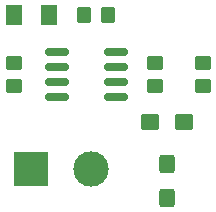
<source format=gbr>
G04 #@! TF.GenerationSoftware,KiCad,Pcbnew,(6.0.4)*
G04 #@! TF.CreationDate,2023-02-21T11:54:07-08:00*
G04 #@! TF.ProjectId,Lab4_Exercise2,4c616234-5f45-4786-9572-63697365322e,rev?*
G04 #@! TF.SameCoordinates,Original*
G04 #@! TF.FileFunction,Soldermask,Top*
G04 #@! TF.FilePolarity,Negative*
%FSLAX46Y46*%
G04 Gerber Fmt 4.6, Leading zero omitted, Abs format (unit mm)*
G04 Created by KiCad (PCBNEW (6.0.4)) date 2023-02-21 11:54:07*
%MOMM*%
%LPD*%
G01*
G04 APERTURE LIST*
G04 Aperture macros list*
%AMRoundRect*
0 Rectangle with rounded corners*
0 $1 Rounding radius*
0 $2 $3 $4 $5 $6 $7 $8 $9 X,Y pos of 4 corners*
0 Add a 4 corners polygon primitive as box body*
4,1,4,$2,$3,$4,$5,$6,$7,$8,$9,$2,$3,0*
0 Add four circle primitives for the rounded corners*
1,1,$1+$1,$2,$3*
1,1,$1+$1,$4,$5*
1,1,$1+$1,$6,$7*
1,1,$1+$1,$8,$9*
0 Add four rect primitives between the rounded corners*
20,1,$1+$1,$2,$3,$4,$5,0*
20,1,$1+$1,$4,$5,$6,$7,0*
20,1,$1+$1,$6,$7,$8,$9,0*
20,1,$1+$1,$8,$9,$2,$3,0*%
G04 Aperture macros list end*
%ADD10RoundRect,0.250001X0.462499X0.624999X-0.462499X0.624999X-0.462499X-0.624999X0.462499X-0.624999X0*%
%ADD11RoundRect,0.250000X-0.450000X0.350000X-0.450000X-0.350000X0.450000X-0.350000X0.450000X0.350000X0*%
%ADD12RoundRect,0.150000X-0.825000X-0.150000X0.825000X-0.150000X0.825000X0.150000X-0.825000X0.150000X0*%
%ADD13RoundRect,0.250000X-0.537500X-0.425000X0.537500X-0.425000X0.537500X0.425000X-0.537500X0.425000X0*%
%ADD14RoundRect,0.250000X0.450000X-0.350000X0.450000X0.350000X-0.450000X0.350000X-0.450000X-0.350000X0*%
%ADD15RoundRect,0.250000X-0.350000X-0.450000X0.350000X-0.450000X0.350000X0.450000X-0.350000X0.450000X0*%
%ADD16R,3.000000X3.000000*%
%ADD17C,3.000000*%
%ADD18RoundRect,0.250000X-0.425000X0.537500X-0.425000X-0.537500X0.425000X-0.537500X0.425000X0.537500X0*%
G04 APERTURE END LIST*
D10*
G04 #@! TO.C,D1*
X149975000Y-90000000D03*
X147000000Y-90000000D03*
G04 #@! TD*
D11*
G04 #@! TO.C,R4*
X163000000Y-94000000D03*
X163000000Y-96000000D03*
G04 #@! TD*
D12*
G04 #@! TO.C,U1*
X150685000Y-93095000D03*
X150685000Y-94365000D03*
X150685000Y-95635000D03*
X150685000Y-96905000D03*
X155635000Y-96905000D03*
X155635000Y-95635000D03*
X155635000Y-94365000D03*
X155635000Y-93095000D03*
G04 #@! TD*
D13*
G04 #@! TO.C,C1*
X158562500Y-99000000D03*
X161437500Y-99000000D03*
G04 #@! TD*
D11*
G04 #@! TO.C,R2*
X147000000Y-94000000D03*
X147000000Y-96000000D03*
G04 #@! TD*
D14*
G04 #@! TO.C,R3*
X159000000Y-96000000D03*
X159000000Y-94000000D03*
G04 #@! TD*
D15*
G04 #@! TO.C,R1*
X153000000Y-90000000D03*
X155000000Y-90000000D03*
G04 #@! TD*
D16*
G04 #@! TO.C,J1*
X148460000Y-103000000D03*
D17*
X153540000Y-103000000D03*
G04 #@! TD*
D18*
G04 #@! TO.C,C2*
X160000000Y-102562500D03*
X160000000Y-105437500D03*
G04 #@! TD*
M02*

</source>
